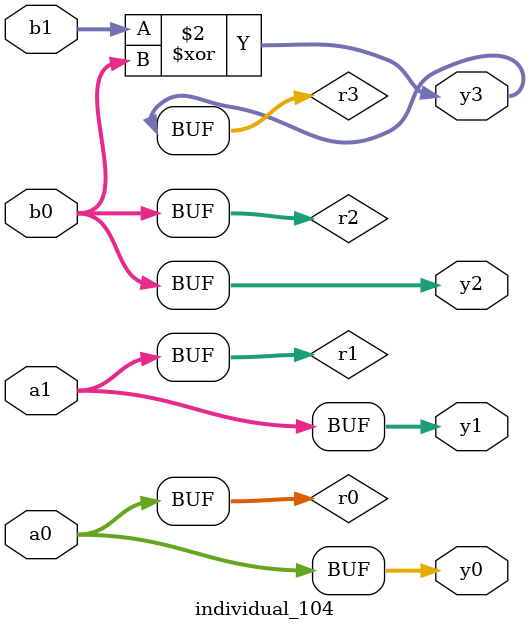
<source format=sv>
module individual_104(input logic [15:0] a1, input logic [15:0] a0, input logic [15:0] b1, input logic [15:0] b0, output logic [15:0] y3, output logic [15:0] y2, output logic [15:0] y1, output logic [15:0] y0);
logic [15:0] r0, r1, r2, r3; 
 always@(*) begin 
	 r0 = a0; r1 = a1; r2 = b0; r3 = b1; 
 	 r3  ^=  b0 ;
 	 y3 = r3; y2 = r2; y1 = r1; y0 = r0; 
end
endmodule
</source>
